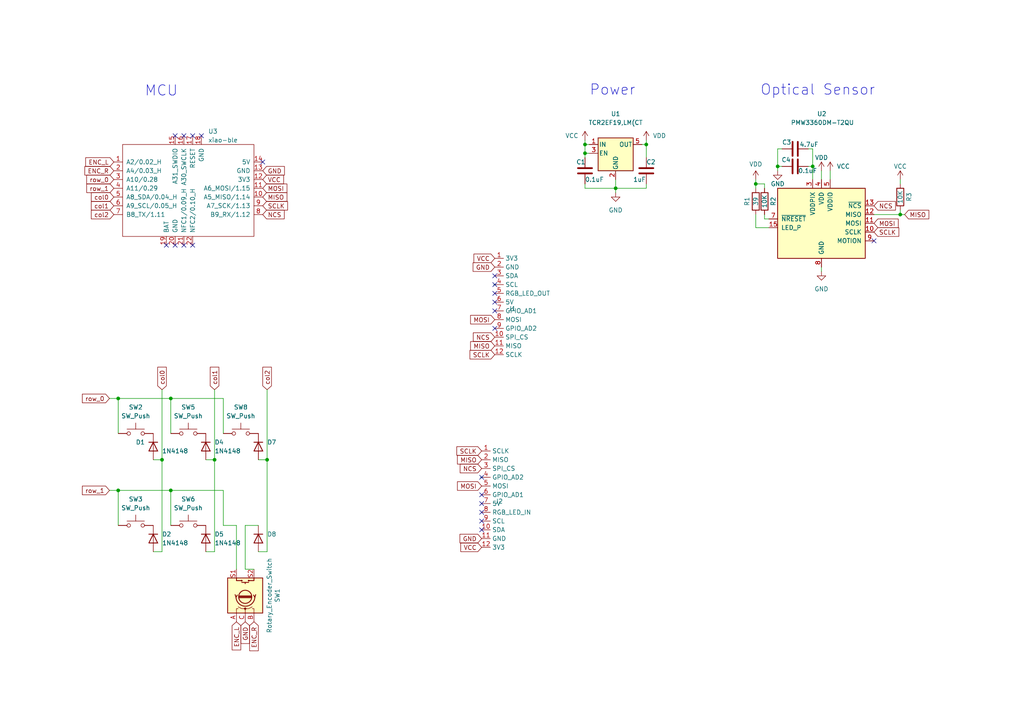
<source format=kicad_sch>
(kicad_sch (version 20230121) (generator eeschema)
  (paper "A4")
  (lib_symbols
    (symbol "Alaa:xiao-ble" (pin_names (offset 1.016))
      (property "Reference" "U1" (at -19.304 17.78 0))
      (property "Value" "xiao-ble" (at -19.304 15.24 0))
      (symbol "xiao-ble_0_1"
        (rectangle (start -19.05 12.7) (end 19.05 -13.97))
      )
      (symbol "xiao-ble_1_1"
        (pin bidirectional line (at -21.59 7.62 0) (length 2.54) (name "A2/0.02_H") (number "1"))
        (pin bidirectional line (at 21.59 -2.54 180) (length 2.54) (name "A5_MISO/1.14") (number "10"))
        (pin bidirectional line (at 21.59 0 180) (length 2.54) (name "A6_MOSI/1.15") (number "11"))
        (pin power_out line (at 21.59 2.54 180) (length 2.54) (name "3V3") (number "12"))
        (pin power_out line (at 21.59 5.08 180) (length 2.54) (name "GND") (number "13"))
        (pin power_out line (at 21.59 7.62 180) (length 2.54) (name "5V") (number "14"))
        (pin input line (at -3.81 15.24 270) (length 2.54) (name "A31_SWDIO") (number "15"))
        (pin input line (at -1.27 15.24 270) (length 2.54) (name "A30_SWCLK") (number "16"))
        (pin input line (at 1.27 15.24 270) (length 2.54) (name "RESET") (number "17"))
        (pin power_out line (at 3.81 15.24 270) (length 2.54) (name "GND") (number "18"))
        (pin bidirectional line (at -6.35 -16.51 90) (length 2.54) (name "BAT") (number "19"))
        (pin bidirectional line (at -21.59 5.08 0) (length 2.54) (name "A4/0.03_H") (number "2"))
        (pin power_out line (at -3.81 -16.51 90) (length 2.54) (name "GND") (number "20"))
        (pin bidirectional line (at -1.27 -16.51 90) (length 2.54) (name "NFC1/0.09_H") (number "21"))
        (pin bidirectional line (at 1.27 -16.51 90) (length 2.54) (name "NFC2/0.10_H") (number "22"))
        (pin bidirectional line (at -21.59 2.54 0) (length 2.54) (name "A10/0.28") (number "3"))
        (pin bidirectional line (at -21.59 0 0) (length 2.54) (name "A11/0.29") (number "4"))
        (pin bidirectional line (at -21.59 -2.54 0) (length 2.54) (name "A8_SDA/0.04_H") (number "5"))
        (pin bidirectional line (at -21.59 -5.08 0) (length 2.54) (name "A9_SCL/0.05_H") (number "6"))
        (pin bidirectional line (at -21.59 -7.62 0) (length 2.54) (name "B8_TX/1.11") (number "7"))
        (pin bidirectional line (at 21.59 -7.62 180) (length 2.54) (name "B9_RX/1.12") (number "8"))
        (pin bidirectional line (at 21.59 -5.08 180) (length 2.54) (name "A7_SCK/1.13") (number "9"))
      )
    )
    (symbol "Device:C" (pin_numbers hide) (pin_names (offset 0.254))
      (property "Reference" "C" (at 0.635 2.54 0))
      (property "Value" "C" (at 0.635 -2.54 0))
      (symbol "C_0_1"
        (polyline (pts (xy -2.032 -0.762) (xy 2.032 -0.762)) (stroke (width 0.508)))
        (polyline (pts (xy -2.032 0.762) (xy 2.032 0.762)) (stroke (width 0.508)))
      )
      (symbol "C_1_1"
        (pin passive line (at 0 3.81 270) (length 2.794) (name "~") (number "1"))
        (pin passive line (at 0 -3.81 90) (length 2.794) (name "~") (number "2"))
      )
    )
    (symbol "Device:R" (pin_numbers hide) (pin_names (offset 0))
      (property "Reference" "R" (at 2.032 0 90))
      (property "Value" "R" (at 0 0 90))
      (symbol "R_0_1"
        (rectangle (start -1.016 -2.54) (end 1.016 2.54) (stroke (width 0.254)))
      )
      (symbol "R_1_1"
        (pin passive line (at 0 3.81 270) (length 1.27) (name "~") (number "1"))
        (pin passive line (at 0 -3.81 90) (length 1.27) (name "~") (number "2"))
      )
    )
    (symbol "LeChiffre-rescue:Rotary_Encoder_Switch-Device" (pin_names (offset 0.254) hide)
      (property "Reference" "SW" (at 0 6.604 0))
      (property "Value" "Rotary_Encoder_Switch-Device" (at 0 -6.604 0))
      (symbol "Rotary_Encoder_Switch-Device_0_1"
        (rectangle (start -5.08 5.08) (end 5.08 -5.08) (stroke (width 0.254)) (fill (type background)))
        (circle (center -3.81 0) (radius 0.254) (fill (type outline)))
        (circle (center -0.381 0) (radius 1.905) (stroke (width 0.254)))
        (arc (start -0.381 2.667) (mid -3.0988 -0.0635) (end -0.381 -2.794) (stroke (width 0.254)))
        (polyline (pts (xy -0.635 -1.778) (xy -0.635 1.778)) (stroke (width 0.254)))
        (polyline (pts (xy -0.381 -1.778) (xy -0.381 1.778)) (stroke (width 0.254)))
        (polyline (pts (xy -0.127 1.778) (xy -0.127 -1.778)) (stroke (width 0.254)))
        (polyline (pts (xy 3.81 0) (xy 3.429 0)) (stroke (width 0.254)))
        (polyline (pts (xy 3.81 1.016) (xy 3.81 -1.016)) (stroke (width 0.254)))
        (polyline (pts (xy -5.08 -2.54) (xy -3.81 -2.54) (xy -3.81 -2.032)))
        (polyline (pts (xy -5.08 2.54) (xy -3.81 2.54) (xy -3.81 2.032)))
        (polyline (pts (xy 0.254 -3.048) (xy -0.508 -2.794) (xy 0.127 -2.413)) (stroke (width 0.254)))
        (polyline (pts (xy 0.254 2.921) (xy -0.508 2.667) (xy 0.127 2.286)) (stroke (width 0.254)))
        (polyline (pts (xy 5.08 -2.54) (xy 4.318 -2.54) (xy 4.318 -1.016)) (stroke (width 0.254)))
        (polyline (pts (xy 5.08 2.54) (xy 4.318 2.54) (xy 4.318 1.016)) (stroke (width 0.254)))
        (polyline (pts (xy -5.08 0) (xy -3.81 0) (xy -3.81 -1.016) (xy -3.302 -2.032)))
        (polyline (pts (xy -4.318 0) (xy -3.81 0) (xy -3.81 1.016) (xy -3.302 2.032)))
        (circle (center 4.318 -1.016) (radius 0.127) (stroke (width 0.254)))
        (circle (center 4.318 1.016) (radius 0.127) (stroke (width 0.254)))
      )
      (symbol "Rotary_Encoder_Switch-Device_1_1"
        (pin passive line (at -7.62 2.54 0) (length 2.54) (name "A") (number "A"))
        (pin passive line (at -7.62 -2.54 0) (length 2.54) (name "B") (number "B"))
        (pin passive line (at -7.62 0 0) (length 2.54) (name "C") (number "C"))
        (pin passive line (at 7.62 2.54 180) (length 2.54) (name "S1") (number "S1"))
        (pin passive line (at 7.62 -2.54 180) (length 2.54) (name "S2") (number "S2"))
      )
    )
    (symbol "Project Symbols:PMW3360DM-T2QU" (pin_names (offset 1.016))
      (property "Reference" "U" (at -1.27 34.29 0))
      (property "Value" "PMW3360DM-T2QU" (at -10.16 31.75 0))
      (symbol "PMW3360DM-T2QU_0_1"
        (rectangle (start -12.7 17.78) (end 12.7 -2.54) (stroke (width 0.254)) (fill (type background)))
      )
      (symbol "PMW3360DM-T2QU_1_1"
        (pin no_connect line (at -10.16 -5.08 90) (length 2.54) hide (name "NC") (number "1"))
        (pin input line (at 15.24 5.08 180) (length 2.54) (name "SCLK") (number "10"))
        (pin input line (at 15.24 7.62 180) (length 2.54) (name "MOSI") (number "11"))
        (pin output line (at 15.24 10.16 180) (length 2.54) (name "MISO") (number "12"))
        (pin input line (at 15.24 12.7 180) (length 2.54) (name "~{NCS}") (number "13"))
        (pin no_connect line (at 7.62 -5.08 90) (length 2.54) hide (name "NC") (number "14"))
        (pin input line (at -15.24 6.35 0) (length 2.54) (name "LED_P") (number "15"))
        (pin no_connect line (at 10.16 -5.08 90) (length 2.54) hide (name "NC") (number "16"))
        (pin no_connect line (at -7.62 -5.08 90) (length 2.54) hide (name "NC") (number "2"))
        (pin power_in line (at -2.54 20.32 270) (length 2.54) (name "VDDPIX") (number "3"))
        (pin power_in line (at 0 20.32 270) (length 2.54) (name "VDD") (number "4"))
        (pin power_in line (at 2.54 20.32 270) (length 2.54) (name "VDDIO") (number "5"))
        (pin no_connect line (at 5.08 -5.08 90) (length 2.54) hide (name "NC") (number "6"))
        (pin input line (at -15.24 8.89 0) (length 2.54) (name "~{NRESET}") (number "7"))
        (pin power_in line (at 0 -5.08 90) (length 2.54) (name "GND") (number "8"))
        (pin output line (at 15.24 2.54 180) (length 2.54) (name "MOTION") (number "9"))
      )
    )
    (symbol "Regulator_Linear:TLV70019_SOT23-5" (pin_names (offset 0.254))
      (property "Reference" "U" (at -3.81 5.715 0))
      (property "Value" "TLV70019_SOT23-5" (at 0 5.715 0))
      (symbol "TLV70019_SOT23-5_0_1"
        (rectangle (start -5.08 4.445) (end 5.08 -5.08) (stroke (width 0.254)) (fill (type background)))
      )
      (symbol "TLV70019_SOT23-5_1_1"
        (pin power_in line (at -7.62 2.54 0) (length 2.54) (name "IN") (number "1"))
        (pin power_in line (at 0 -7.62 90) (length 2.54) (name "GND") (number "2"))
        (pin input line (at -7.62 0 0) (length 2.54) (name "EN") (number "3"))
        (pin no_connect line (at 5.08 0 180) (length 2.54) hide (name "NC") (number "4"))
        (pin power_out line (at 7.62 2.54 180) (length 2.54) (name "OUT") (number "5"))
      )
    )
    (symbol "Switch:SW_Push" (pin_numbers hide) (pin_names (offset 1.016) hide)
      (property "Reference" "SW" (at 1.27 2.54 0))
      (property "Value" "SW_Push" (at 0 -1.524 0))
      (symbol "SW_Push_0_1"
        (circle (center -2.032 0) (radius 0.508))
        (polyline (pts (xy 0 1.27) (xy 0 3.048)))
        (polyline (pts (xy 2.54 1.27) (xy -2.54 1.27)))
        (circle (center 2.032 0) (radius 0.508))
        (pin passive line (at -5.08 0 0) (length 2.54) (name "1") (number "1"))
        (pin passive line (at 5.08 0 180) (length 2.54) (name "2") (number "2"))
      )
    )
    (symbol "alaa:Diode_1N4148" (pin_numbers hide) (pin_names (offset 1.016) hide)
      (property "Reference" "D4" (at 2.54 1.2701 90))
      (property "Value" "Diode_1N4148" (at 2.54 -1.2699 90))
      (symbol "Diode_1N4148_0_1"
        (polyline (pts (xy -1.27 1.27) (xy -1.27 -1.27)) (stroke (width 0.254)))
        (polyline (pts (xy 1.27 0) (xy -1.27 0)))
        (polyline (pts (xy 1.27 1.27) (xy 1.27 -1.27) (xy -1.27 0) (xy 1.27 1.27)) (stroke (width 0.254)))
      )
      (symbol "Diode_1N4148_1_1"
        (pin passive line (at -3.81 0 0) (length 2.54) (name "K") (number "1"))
        (pin passive line (at 3.81 0 180) (length 2.54) (name "A") (number "2"))
      )
    )
    (symbol "power:GND" (power) (pin_names (offset 0))
      (property "Value" "GND" (at 0 -3.81 0))
      (symbol "GND_0_1"
        (polyline (pts (xy 0 0) (xy 0 -1.27) (xy 1.27 -1.27) (xy 0 -2.54) (xy -1.27 -1.27) (xy 0 -1.27)))
      )
      (symbol "GND_1_1"
        (pin power_in line (at 0 0 270) (length 0) hide (name "GND") (number "1"))
      )
    )
    (symbol "power:VCC" (power) (pin_names (offset 0))
      (property "Value" "VCC" (at 0 3.81 0))
      (symbol "VCC_0_1"
        (polyline (pts (xy -0.762 1.27) (xy 0 2.54)))
        (polyline (pts (xy 0 0) (xy 0 2.54)))
        (polyline (pts (xy 0 2.54) (xy 0.762 1.27)))
      )
      (symbol "VCC_1_1"
        (pin power_in line (at 0 0 90) (length 0) hide (name "VCC") (number "1"))
      )
    )
    (symbol "power:VDD" (power) (pin_names (offset 0))
      (property "Value" "VDD" (at 0 3.81 0))
      (symbol "VDD_0_1"
        (polyline (pts (xy -0.762 1.27) (xy 0 2.54)))
        (polyline (pts (xy 0 0) (xy 0 2.54)))
        (polyline (pts (xy 0 2.54) (xy 0.762 1.27)))
      )
      (symbol "VDD_1_1"
        (pin power_in line (at 0 0 90) (length 0) hide (name "VDD") (number "1"))
      )
    )
    (symbol "vik:vik-keyboard-connector"
      (property "Reference" "J" (at 0 17.78 0))
      (symbol "vik-keyboard-connector_1_1"
        (pin power_out line (at 0 13.97 0) (length 2.54) (name "3V3") (number "1"))
        (pin output line (at 0 -8.89 0) (length 2.54) (name "SPI_CS") (number "10"))
        (pin output line (at 0 -11.43 0) (length 2.54) (name "MISO") (number "11"))
        (pin output line (at 0 -13.97 0) (length 2.54) (name "SCLK") (number "12"))
        (pin power_out line (at 0 11.43 0) (length 2.54) (name "GND") (number "2"))
        (pin output line (at 0 8.89 0) (length 2.54) (name "SDA") (number "3"))
        (pin output line (at 0 6.35 0) (length 2.54) (name "SCL") (number "4"))
        (pin output line (at 0 3.81 0) (length 2.54) (name "RGB_LED_OUT") (number "5"))
        (pin power_out line (at 0 1.27 0) (length 2.54) (name "5V") (number "6"))
        (pin output line (at 0 -1.27 0) (length 2.54) (name "GPIO_AD1") (number "7"))
        (pin output line (at 0 -3.81 0) (length 2.54) (name "MOSI") (number "8"))
        (pin output line (at 0 -6.35 0) (length 2.54) (name "GPIO_AD2") (number "9"))
      )
    )
    (symbol "vik:vik-module-connector"
      (property "Reference" "J" (at 0 17.78 0))
      (symbol "vik-module-connector_1_1"
        (pin input line (at 0 13.97 0) (length 2.54) (name "SCLK") (number "1"))
        (pin input line (at 0 -8.89 0) (length 2.54) (name "SDA") (number "10"))
        (pin power_in line (at 0 -11.43 0) (length 2.54) (name "GND") (number "11"))
        (pin power_in line (at 0 -13.97 0) (length 2.54) (name "3V3") (number "12"))
        (pin input line (at 0 11.43 0) (length 2.54) (name "MISO") (number "2"))
        (pin input line (at 0 8.89 0) (length 2.54) (name "SPI_CS") (number "3"))
        (pin input line (at 0 6.35 0) (length 2.54) (name "GPIO_AD2") (number "4"))
        (pin input line (at 0 3.81 0) (length 2.54) (name "MOSI") (number "5"))
        (pin input line (at 0 1.27 0) (length 2.54) (name "GPIO_AD1") (number "6"))
        (pin power_in line (at 0 -1.27 0) (length 2.54) (name "5V") (number "7"))
        (pin input line (at 0 -3.81 0) (length 2.54) (name "RGB_LED_IN") (number "8"))
        (pin input line (at 0 -6.35 0) (length 2.54) (name "SCL") (number "9"))
      )
    )
  )
  (junction (at 219.202 53.34))
  (junction (at 34.29 115.57))
  (junction (at 187.452 41.91))
  (junction (at 235.712 48.26))
  (junction (at 261.112 62.23))
  (junction (at 34.29 142.24))
  (junction (at 62.23 133.35))
  (junction (at 169.672 41.91))
  (junction (at 46.99 133.35))
  (junction (at 225.552 48.26))
  (junction (at 49.53 115.57))
  (junction (at 178.562 54.61))
  (junction (at 169.672 44.45))
  (junction (at 77.47 133.35))
  (junction (at 49.53 142.24))
  (no_connect (at 55.88 71.12))
  (no_connect (at 58.42 39.37))
  (no_connect (at 53.34 39.37))
  (no_connect (at 139.7 146.05))
  (no_connect (at 143.51 90.17))
  (no_connect (at 76.2 46.99))
  (no_connect (at 139.7 153.67))
  (no_connect (at 143.51 82.55))
  (no_connect (at 139.7 138.43))
  (no_connect (at 139.7 143.51))
  (no_connect (at 143.51 87.63))
  (no_connect (at 143.51 95.25))
  (no_connect (at 253.492 69.85))
  (no_connect (at 48.26 71.12))
  (no_connect (at 50.8 39.37))
  (no_connect (at 139.7 148.59))
  (no_connect (at 50.8 71.12))
  (no_connect (at 139.7 151.13))
  (no_connect (at 143.51 80.01))
  (no_connect (at 53.34 71.12))
  (no_connect (at 55.88 39.37))
  (no_connect (at 143.51 85.09))
  (wire (pts (xy 178.562 52.07) (xy 178.562 54.61)))
  (wire (pts (xy 261.112 62.23) (xy 261.112 60.96)))
  (wire (pts (xy 34.29 115.57) (xy 34.29 125.73)))
  (wire (pts (xy 31.75 115.57) (xy 34.29 115.57)))
  (wire (pts (xy 77.47 160.02) (xy 74.93 160.02)))
  (wire (pts (xy 77.47 113.03) (xy 77.47 133.35)))
  (wire (pts (xy 62.23 133.35) (xy 62.23 160.02)))
  (wire (pts (xy 49.53 115.57) (xy 49.53 125.73)))
  (wire (pts (xy 225.552 48.26) (xy 225.552 43.18)))
  (wire (pts (xy 169.672 40.64) (xy 169.672 41.91)))
  (wire (pts (xy 261.112 62.23) (xy 262.382 62.23)))
  (wire (pts (xy 59.69 133.35) (xy 62.23 133.35)))
  (wire (pts (xy 187.452 40.64) (xy 187.452 41.91)))
  (wire (pts (xy 187.452 41.91) (xy 187.452 45.72)))
  (wire (pts (xy 62.23 113.03) (xy 62.23 133.35)))
  (wire (pts (xy 226.822 43.18) (xy 225.552 43.18)))
  (wire (pts (xy 31.75 142.24) (xy 34.29 142.24)))
  (wire (pts (xy 71.12 152.4) (xy 71.12 165.1)))
  (wire (pts (xy 46.99 160.02) (xy 46.99 133.35)))
  (wire (pts (xy 226.822 48.26) (xy 225.552 48.26)))
  (wire (pts (xy 238.252 49.53) (xy 238.252 52.07)))
  (wire (pts (xy 77.47 160.02) (xy 77.47 133.35)))
  (wire (pts (xy 169.672 53.34) (xy 169.672 54.61)))
  (wire (pts (xy 253.492 62.23) (xy 261.112 62.23)))
  (wire (pts (xy 64.77 115.57) (xy 64.77 125.73)))
  (wire (pts (xy 219.202 66.04) (xy 219.202 62.23)))
  (wire (pts (xy 221.742 54.61) (xy 221.742 53.34)))
  (wire (pts (xy 187.452 53.34) (xy 187.452 54.61)))
  (wire (pts (xy 34.29 142.24) (xy 49.53 142.24)))
  (wire (pts (xy 49.53 115.57) (xy 64.77 115.57)))
  (wire (pts (xy 235.712 43.18) (xy 234.442 43.18)))
  (wire (pts (xy 34.29 152.4) (xy 34.29 142.24)))
  (wire (pts (xy 62.23 160.02) (xy 59.69 160.02)))
  (wire (pts (xy 46.99 160.02) (xy 44.45 160.02)))
  (wire (pts (xy 221.742 53.34) (xy 219.202 53.34)))
  (wire (pts (xy 178.562 54.61) (xy 178.562 55.88)))
  (wire (pts (xy 219.202 52.07) (xy 219.202 53.34)))
  (wire (pts (xy 186.182 41.91) (xy 187.452 41.91)))
  (wire (pts (xy 187.452 54.61) (xy 178.562 54.61)))
  (wire (pts (xy 169.672 44.45) (xy 169.672 41.91)))
  (wire (pts (xy 64.77 142.24) (xy 64.77 152.4)))
  (wire (pts (xy 238.252 78.74) (xy 238.252 77.47)))
  (wire (pts (xy 74.93 152.4) (xy 71.12 152.4)))
  (wire (pts (xy 49.53 142.24) (xy 49.53 152.4)))
  (wire (pts (xy 235.712 48.26) (xy 235.712 52.07)))
  (wire (pts (xy 261.112 52.07) (xy 261.112 53.34)))
  (wire (pts (xy 64.77 152.4) (xy 68.58 152.4)))
  (wire (pts (xy 170.942 44.45) (xy 169.672 44.45)))
  (wire (pts (xy 225.552 49.53) (xy 225.552 48.26)))
  (wire (pts (xy 169.672 45.72) (xy 169.672 44.45)))
  (wire (pts (xy 169.672 54.61) (xy 178.562 54.61)))
  (wire (pts (xy 46.99 133.35) (xy 44.45 133.35)))
  (wire (pts (xy 221.742 63.5) (xy 221.742 62.23)))
  (wire (pts (xy 68.58 152.4) (xy 68.58 165.1)))
  (wire (pts (xy 223.012 63.5) (xy 221.742 63.5)))
  (wire (pts (xy 235.712 48.26) (xy 235.712 43.18)))
  (wire (pts (xy 71.12 165.1) (xy 73.66 165.1)))
  (wire (pts (xy 77.47 133.35) (xy 74.93 133.35)))
  (wire (pts (xy 169.672 41.91) (xy 170.942 41.91)))
  (wire (pts (xy 34.29 115.57) (xy 49.53 115.57)))
  (wire (pts (xy 46.99 113.03) (xy 46.99 133.35)))
  (wire (pts (xy 219.202 66.04) (xy 223.012 66.04)))
  (wire (pts (xy 49.53 142.24) (xy 64.77 142.24)))
  (wire (pts (xy 235.712 48.26) (xy 234.442 48.26)))
  (wire (pts (xy 240.792 49.53) (xy 240.792 52.07)))
  (wire (pts (xy 219.202 53.34) (xy 219.202 54.61)))
  (text "Power" (at 170.942 27.94 0) (effects (font (size 2.9972 2.9972)) (justify left bottom)))
  (text "Optical Sensor" (at 220.472 27.94 0) (effects (font (size 2.9972 2.9972)) (justify left bottom)))
  (text "MCU" (at 41.91 28.194 0) (effects (font (size 2.9972 2.9972)) (justify left bottom)))
  (global_label "row_1" (shape input) (at 33.02 54.61 180) (property "Intersheetrefs" "${INTERSHEET_REFS}" (effects hide)))
  (global_label "MISO" (shape input) (at 139.7 133.35 180) (property "Intersheetrefs" "${INTERSHEET_REFS}" (effects hide)))
  (global_label "GND" (shape input) (at 71.12 180.34 270) (property "Intersheetrefs" "${INTERSHEET_REFS}" (effects hide)))
  (global_label "MISO" (shape input) (at 76.2 57.15 0) (property "Intersheetrefs" "${INTERSHEET_REFS}" (effects hide)))
  (global_label "VCC" (shape input) (at 76.2 52.07 0) (property "Intersheetrefs" "${INTERSHEET_REFS}" (effects hide)))
  (global_label "ENC_R" (shape input) (at 33.02 49.53 180) (property "Intersheetrefs" "${INTERSHEET_REFS}" (effects hide)))
  (global_label "SCLK" (shape input) (at 143.51 102.87 180) (property "Intersheetrefs" "${INTERSHEET_REFS}" (effects hide)))
  (global_label "row_0" (shape input) (at 31.75 115.57 180) (property "Intersheetrefs" "${INTERSHEET_REFS}" (effects hide)))
  (global_label "ENC_L" (shape input) (at 68.58 180.34 270) (property "Intersheetrefs" "${INTERSHEET_REFS}" (effects hide)))
  (global_label "row_1" (shape input) (at 31.75 142.24 180) (property "Intersheetrefs" "${INTERSHEET_REFS}" (effects hide)))
  (global_label "GND" (shape input) (at 76.2 49.53 0) (property "Intersheetrefs" "${INTERSHEET_REFS}" (effects hide)))
  (global_label "MOSI" (shape input) (at 143.51 92.71 180) (property "Intersheetrefs" "${INTERSHEET_REFS}" (effects hide)))
  (global_label "GND" (shape input) (at 143.51 77.47 180) (property "Intersheetrefs" "${INTERSHEET_REFS}" (effects hide)))
  (global_label "NCS" (shape input) (at 76.2 62.23 0) (property "Intersheetrefs" "${INTERSHEET_REFS}" (effects hide)))
  (global_label "col0" (shape input) (at 33.02 57.15 180) (property "Intersheetrefs" "${INTERSHEET_REFS}" (effects hide)))
  (global_label "col2" (shape input) (at 33.02 62.23 180) (property "Intersheetrefs" "${INTERSHEET_REFS}" (effects hide)))
  (global_label "MOSI" (shape input) (at 139.7 140.97 180) (property "Intersheetrefs" "${INTERSHEET_REFS}" (effects hide)))
  (global_label "SCLK" (shape input) (at 76.2 59.69 0) (property "Intersheetrefs" "${INTERSHEET_REFS}" (effects hide)))
  (global_label "ENC_R" (shape input) (at 73.66 180.34 270) (property "Intersheetrefs" "${INTERSHEET_REFS}" (effects hide)))
  (global_label "MISO" (shape input) (at 143.51 100.33 180) (property "Intersheetrefs" "${INTERSHEET_REFS}" (effects hide)))
  (global_label "row_0" (shape input) (at 33.02 52.07 180) (property "Intersheetrefs" "${INTERSHEET_REFS}" (effects hide)))
  (global_label "MISO" (shape input) (at 262.382 62.23 0) (property "Intersheetrefs" "${INTERSHEET_REFS}" (effects hide)))
  (global_label "ENC_L" (shape input) (at 33.02 46.99 180) (property "Intersheetrefs" "${INTERSHEET_REFS}" (effects hide)))
  (global_label "col1" (shape input) (at 62.23 113.03 90) (property "Intersheetrefs" "${INTERSHEET_REFS}" (effects hide)))
  (global_label "VCC" (shape input) (at 143.51 74.93 180) (property "Intersheetrefs" "${INTERSHEET_REFS}" (effects hide)))
  (global_label "NCS" (shape input) (at 143.51 97.79 180) (property "Intersheetrefs" "${INTERSHEET_REFS}" (effects hide)))
  (global_label "MOSI" (shape input) (at 253.492 64.77 0) (property "Intersheetrefs" "${INTERSHEET_REFS}" (effects hide)))
  (global_label "SCLK" (shape input) (at 139.7 130.81 180) (property "Intersheetrefs" "${INTERSHEET_REFS}" (effects hide)))
  (global_label "GND" (shape input) (at 139.7 156.21 180) (property "Intersheetrefs" "${INTERSHEET_REFS}" (effects hide)))
  (global_label "col2" (shape input) (at 77.47 113.03 90) (property "Intersheetrefs" "${INTERSHEET_REFS}" (effects hide)))
  (global_label "VCC" (shape input) (at 139.7 158.75 180) (property "Intersheetrefs" "${INTERSHEET_REFS}" (effects hide)))
  (global_label "NCS" (shape input) (at 139.7 135.89 180) (property "Intersheetrefs" "${INTERSHEET_REFS}" (effects hide)))
  (global_label "MOSI" (shape input) (at 76.2 54.61 0) (property "Intersheetrefs" "${INTERSHEET_REFS}" (effects hide)))
  (global_label "col0" (shape input) (at 46.99 113.03 90) (property "Intersheetrefs" "${INTERSHEET_REFS}" (effects hide)))
  (global_label "NCS" (shape input) (at 253.492 59.69 0) (property "Intersheetrefs" "${INTERSHEET_REFS}" (effects hide)))
  (global_label "SCLK" (shape input) (at 253.492 67.31 0) (property "Intersheetrefs" "${INTERSHEET_REFS}" (effects hide)))
  (global_label "col1" (shape input) (at 33.02 59.69 180) (property "Intersheetrefs" "${INTERSHEET_REFS}" (effects hide)))
  (symbol (lib_id "Project Symbols:PMW3360DM-T2QU") (at 238.252 72.39 0) (unit 1)
    (property "Reference" "U2" (at 236.982 33.02 0) (effects (justify left)))
    (property "Value" "PMW3360DM-T2QU" (at 229.362 35.56 0) (effects (justify left)))
    (property "Footprint" "Alaa:PMW3360DM-T2QU" (effects hide))
    (property "Datasheet" "https://www.pixart.com/_getfs.php?tb=product&id=10&fs=ck2_fs_en" (effects hide))
  )
  (symbol (lib_id "power:GND") (at 178.562 55.88 0) (unit 1)
    (property "Reference" "#PWR0108" (effects hide))
    (property "Value" "GND" (at 178.562 60.96 0))
  )
  (symbol (lib_id "alaa:Diode_1N4148") (at 59.69 156.21 270) (unit 1)
    (property "Reference" "D5" (at 62.23 154.9399 90) (effects (justify left)))
    (property "Value" "1N4148" (at 62.23 157.4799 90) (effects (justify left)))
    (property "Footprint" "Diode_SMD:D_SOD-123" (effects hide))
    (property "Datasheet" "https://assets.nexperia.com/documents/data-sheet/1N4148_1N4448.pdf" (effects hide))
    (property "LCSC" "C8598" (effects hide))
    (property "MPN " "B5819W SL" (effects hide))
    (property "Package" "SOD-123" (effects hide))
  )
  (symbol (lib_id "LeChiffre-rescue:Rotary_Encoder_Switch-Device") (at 71.12 172.72 90) (unit 1)
    (property "Reference" "SW1" (at 80.4418 172.72 0))
    (property "Value" "Rotary_Encoder_Switch" (at 78.1304 172.72 0))
    (property "Footprint" "Alaa:RotaryEncoder_Alps_EC11E-Switch_Vertical_H20mm-keebio_modified" (effects hide))
  )
  (symbol (lib_id "Device:R") (at 221.742 58.42 180) (unit 1)
    (property "Reference" "R2" (at 224.282 58.42 90))
    (property "Value" "10K" (at 221.742 58.42 90))
    (property "Footprint" "Resistor_SMD:R_0805_2012Metric" (effects hide))
    (property "manf#" "ARG05BTC1002" (effects hide))
    (property "LCSC" "C406725" (effects hide))
  )
  (symbol (lib_id "power:VCC") (at 261.112 52.07 0) (unit 1)
    (property "Reference" "#PWR0106" (effects hide))
    (property "Value" "VCC" (at 261.112 48.26 0))
  )
  (symbol (lib_id "power:VCC") (at 240.792 49.53 0) (unit 1)
    (property "Reference" "#PWR0103" (effects hide))
    (property "Value" "VCC" (at 244.602 48.26 0))
  )
  (symbol (lib_id "Switch:SW_Push") (at 54.61 152.4 0) (unit 1)
    (property "Reference" "SW6" (at 54.61 144.78 0))
    (property "Value" "SW_Push" (at 54.61 147.32 0))
    (property "Footprint" "Alaa:gateron-ks27-choc-v1-mx-hotswap" (effects hide))
  )
  (symbol (lib_id "Device:R") (at 261.112 57.15 180) (unit 1)
    (property "Reference" "R3" (at 263.652 57.15 90))
    (property "Value" "10K" (at 261.112 57.15 90))
    (property "Footprint" "Resistor_SMD:R_0805_2012Metric" (effects hide))
    (property "manf#" "ARG05BTC1002" (effects hide))
    (property "LCSC" "C406725" (effects hide))
  )
  (symbol (lib_id "power:VDD") (at 238.252 49.53 0) (unit 1)
    (property "Reference" "#PWR0104" (effects hide))
    (property "Value" "VDD" (at 238.252 45.72 0))
  )
  (symbol (lib_id "alaa:Diode_1N4148") (at 44.45 156.21 270) (unit 1)
    (property "Reference" "D2" (at 46.99 154.9399 90) (effects (justify left)))
    (property "Value" "1N4148" (at 46.99 157.4799 90) (effects (justify left)))
    (property "Footprint" "Diode_SMD:D_SOD-123" (effects hide))
    (property "Datasheet" "https://assets.nexperia.com/documents/data-sheet/1N4148_1N4448.pdf" (effects hide))
    (property "LCSC" "C8598" (effects hide))
    (property "MPN " "B5819W SL" (effects hide))
    (property "Package" "SOD-123" (effects hide))
  )
  (symbol (lib_id "Device:C") (at 187.452 49.53 0) (unit 1)
    (property "Reference" "C2" (at 187.452 46.99 0) (effects (justify left)))
    (property "Value" "1uF" (at 183.642 52.07 0) (effects (justify left)))
    (property "Footprint" "Capacitor_SMD:C_0805_2012Metric" (effects hide))
    (property "manf#" "0805B105K100CT" (effects hide))
    (property "LCSC" "C519973" (effects hide))
  )
  (symbol (lib_id "Device:C") (at 230.632 43.18 270) (unit 1)
    (property "Reference" "C3" (at 226.822 41.275 90) (effects (justify left)))
    (property "Value" "4.7uF" (at 231.902 41.91 90) (effects (justify left)))
    (property "Footprint" "Capacitor_SMD:C_0805_2012Metric" (effects hide))
    (property "manf#" "0805X475K250CT" (effects hide))
    (property "LCSC" "C303940" (effects hide))
  )
  (symbol (lib_id "Switch:SW_Push") (at 39.37 125.73 0) (unit 1)
    (property "Reference" "SW2" (at 39.37 118.11 0))
    (property "Value" "SW_Push" (at 39.37 120.65 0))
    (property "Footprint" "Alaa:gateron-ks27-choc-v1-mx-hotswap" (effects hide))
  )
  (symbol (lib_id "alaa:Diode_1N4148") (at 74.93 156.21 270) (unit 1)
    (property "Reference" "D8" (at 77.47 154.9399 90) (effects (justify left)))
    (property "Value" "1N4148" (effects hide))
    (property "Footprint" "Diode_SMD:D_SOD-123" (effects hide))
    (property "Datasheet" "https://assets.nexperia.com/documents/data-sheet/1N4148_1N4448.pdf" (effects hide))
    (property "LCSC" "C8598" (effects hide))
    (property "MPN " "B5819W SL" (effects hide))
    (property "Package" "SOD-123" (effects hide))
  )
  (symbol (lib_id "vik:vik-module-connector") (at 139.7 144.78 0) (unit 1)
    (property "Reference" "J2" (at 143.51 145.415 0) (effects (justify left)))
    (property "Value" "~" (at 139.7 138.43 0))
    (property "Footprint" "Alaa:FPC-SMD_FPC05012-09200-.5mm-rev" (effects hide))
    (property "LCSC" "C2911838" (effects hide))
  )
  (symbol (lib_id "Regulator_Linear:TLV70019_SOT23-5") (at 178.562 44.45 0) (unit 1)
    (property "Reference" "U1" (at 178.562 33.02 0))
    (property "Value" "TCR2EF19,LM(CT" (at 178.562 35.56 0))
    (property "Footprint" "Package_TO_SOT_SMD:SOT-23-5" (effects hide))
    (property "Datasheet" "http://www.ti.com/lit/ds/symlink/tlv700.pdf" (effects hide))
    (property "LCSC" "C697975" (effects hide))
  )
  (symbol (lib_id "alaa:Diode_1N4148") (at 59.69 129.54 270) (unit 1)
    (property "Reference" "D4" (at 62.23 128.2699 90) (effects (justify left)))
    (property "Value" "1N4148" (at 62.23 130.8099 90) (effects (justify left)))
    (property "Footprint" "Diode_SMD:D_SOD-123" (effects hide))
    (property "Datasheet" "https://assets.nexperia.com/documents/data-sheet/1N4148_1N4448.pdf" (effects hide))
    (property "LCSC" "C8598" (effects hide))
    (property "MPN " "B5819W SL" (effects hide))
    (property "Package" "SOD-123" (effects hide))
  )
  (symbol (lib_id "Switch:SW_Push") (at 54.61 125.73 0) (unit 1)
    (property "Reference" "SW5" (at 54.61 118.11 0))
    (property "Value" "SW_Push" (at 54.61 120.65 0))
    (property "Footprint" "Alaa:gateron-ks27-choc-v1-mx-hotswap" (effects hide))
  )
  (symbol (lib_id "power:VDD") (at 219.202 52.07 0) (unit 1)
    (property "Reference" "#PWR0101" (effects hide))
    (property "Value" "VDD" (at 219.202 47.625 0))
  )
  (symbol (lib_id "Device:C") (at 169.672 49.53 0) (unit 1)
    (property "Reference" "C1" (at 167.132 46.99 0) (effects (justify left)))
    (property "Value" "0.1uF" (at 169.672 52.07 0) (effects (justify left)))
    (property "Footprint" "Capacitor_SMD:C_0805_2012Metric" (effects hide))
    (property "manf#" "0805B104K101CT" (effects hide))
    (property "LCSC" "C77456" (effects hide))
  )
  (symbol (lib_id "vik:vik-keyboard-connector") (at 143.51 88.9 0) (unit 1)
    (property "Reference" "J1" (at 147.32 89.535 0) (effects (justify left)))
    (property "Value" "~" (at 143.51 82.55 0))
    (property "Footprint" "Alaa:FPC-SMD_FPC05012-09200-.5mm-rev" (effects hide))
    (property "LCSC" "C2911838" (effects hide))
  )
  (symbol (lib_id "alaa:Diode_1N4148") (at 44.45 129.54 270) (unit 1)
    (property "Reference" "D1" (at 39.37 128.27 90) (effects (justify left)))
    (property "Value" "1N4148" (at 46.99 130.8099 90) (effects (justify left)))
    (property "Footprint" "Diode_SMD:D_SOD-123" (effects hide))
    (property "Datasheet" "https://assets.nexperia.com/documents/data-sheet/1N4148_1N4448.pdf" (effects hide))
    (property "LCSC" "C8598" (effects hide))
    (property "MPN " "B5819W SL" (effects hide))
    (property "Package" "SOD-123" (effects hide))
  )
  (symbol (lib_id "Switch:SW_Push") (at 69.85 125.73 0) (unit 1)
    (property "Reference" "SW8" (at 69.85 118.11 0))
    (property "Value" "SW_Push" (at 69.85 120.65 0))
    (property "Footprint" "Alaa:gateron-ks27-choc-v1-mx-hotswap" (effects hide))
  )
  (symbol (lib_id "power:VDD") (at 187.452 40.64 0) (unit 1)
    (property "Reference" "#PWR0102" (effects hide))
    (property "Value" "VDD" (at 191.262 39.37 0))
  )
  (symbol (lib_id "power:GND") (at 225.552 49.53 0) (unit 1)
    (property "Reference" "#PWR0105" (effects hide))
    (property "Value" "GND" (at 225.552 53.34 0))
  )
  (symbol (lib_id "alaa:Diode_1N4148") (at 74.93 129.54 270) (unit 1)
    (property "Reference" "D7" (at 77.47 128.2699 90) (effects (justify left)))
    (property "Value" "1N4148" (effects hide))
    (property "Footprint" "Diode_SMD:D_SOD-123" (effects hide))
    (property "Datasheet" "https://assets.nexperia.com/documents/data-sheet/1N4148_1N4448.pdf" (effects hide))
    (property "LCSC" "C8598" (effects hide))
    (property "MPN " "B5819W SL" (effects hide))
    (property "Package" "SOD-123" (effects hide))
  )
  (symbol (lib_id "power:VCC") (at 169.672 40.64 0) (unit 1)
    (property "Reference" "#PWR0109" (effects hide))
    (property "Value" "VCC" (at 165.862 39.37 0))
  )
  (symbol (lib_id "Device:C") (at 230.632 48.26 90) (unit 1)
    (property "Reference" "C4" (at 229.362 46.355 90) (effects (justify left)))
    (property "Value" "0.1uF" (at 236.982 49.53 90) (effects (justify left)))
    (property "Footprint" "Capacitor_SMD:C_0805_2012Metric" (effects hide))
    (property "manf#" "0805B104K101CT" (effects hide))
    (property "LCSC" "C77456" (effects hide))
  )
  (symbol (lib_id "Device:R") (at 219.202 58.42 0) (unit 1)
    (property "Reference" "R1" (at 216.662 58.42 90))
    (property "Value" "39" (at 219.202 58.42 90))
    (property "Footprint" "Resistor_SMD:R_0805_2012Metric" (effects hide))
    (property "manf#" "SG73P2ATTD39R0F" (effects hide))
    (property "LCSC" "C514993" (effects hide))
  )
  (symbol (lib_id "Switch:SW_Push") (at 39.37 152.4 0) (unit 1)
    (property "Reference" "SW3" (at 39.37 144.78 0))
    (property "Value" "SW_Push" (at 39.37 147.32 0))
    (property "Footprint" "Alaa:gateron-ks27-choc-v1-mx-hotswap" (effects hide))
  )
  (symbol (lib_id "power:GND") (at 238.252 78.74 0) (unit 1)
    (property "Reference" "#PWR0107" (effects hide))
    (property "Value" "GND" (at 238.252 83.82 0))
  )
  (symbol (lib_id "Alaa:xiao-ble") (at 54.61 54.61 0) (unit 1)
    (property "Reference" "U3" (at 60.3759 38.1 0) (effects (justify left)))
    (property "Value" "xiao-ble" (at 60.3759 40.64 0) (effects (justify left)))
    (property "Footprint" "Alaa:xiao-ble-smd-cutout" (effects hide))
  )
)
</source>
